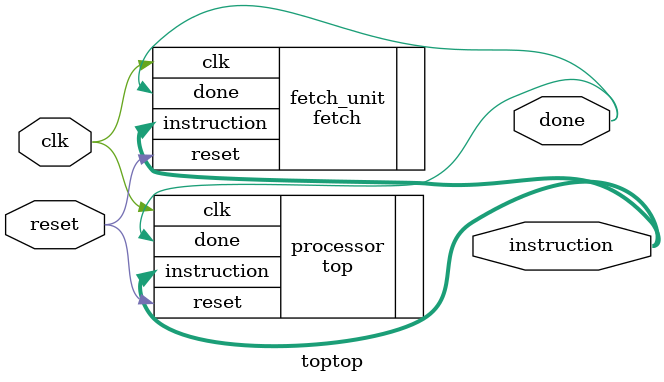
<source format=v>
module toptop (
    input wire clk,            // Clock signal
    input wire reset,          // Reset signal
    output wire done,          // Indicates instruction execution completion
    output wire [15:0] instruction
);

    // Fetch Unit
    fetch fetch_unit (
        .clk(clk),
        .reset(reset),
        .done(done),           // Indicates the processor completed the instruction
        .instruction(instruction) // Outputs the fetched instruction
    );

    // Processor (Top Module)
    top processor (
        .clk(clk),
        .reset(reset),
        .instruction(instruction), // Instruction provided by the fetch module
        .done(done)            // Completion signal from the processor
    );
endmodule

</source>
